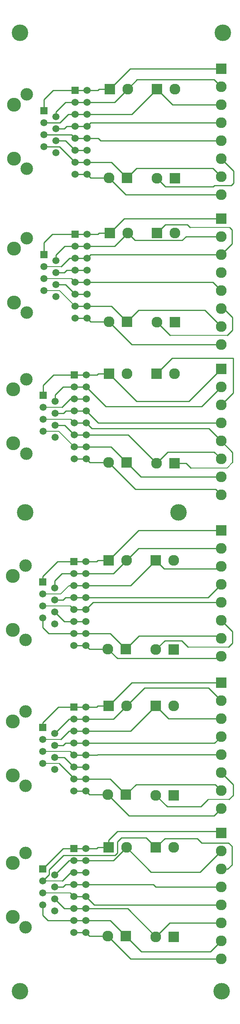
<source format=gbl>
G04 Layer_Physical_Order=2*
G04 Layer_Color=16711680*
%FSTAX24Y24*%
%MOIN*%
G70*
G01*
G75*
%ADD11C,0.0100*%
%ADD12C,0.0902*%
%ADD13R,0.0902X0.0902*%
%ADD14C,0.1380*%
%ADD15C,0.0600*%
%ADD16R,0.0600X0.0600*%
%ADD17R,0.0902X0.0902*%
%ADD18C,0.1161*%
%ADD19C,0.1043*%
%ADD20C,0.0591*%
%ADD21R,0.0591X0.0591*%
%ADD22C,0.0118*%
%ADD23C,0.0080*%
D11*
X04884Y03541D02*
X0575D01*
X0569Y0223D02*
X0575Y0229D01*
X0498Y0223D02*
X0569D01*
X04805Y02405D02*
X0498Y0223D01*
X0453Y0828D02*
X0463D01*
X0472D01*
X0473Y0829D01*
X0482D01*
X0453Y0708D02*
X0463D01*
X0472D01*
X0473Y0709D01*
X0482D01*
X0453Y0698D02*
X0463D01*
X0453Y0688D02*
X0463D01*
X0453Y0678D02*
X0463D01*
X0437Y0676D02*
X0444D01*
X0446Y0678D01*
X0453D01*
Y0668D02*
X0463D01*
X0453Y0658D02*
X0463D01*
X0453Y0648D02*
X0463D01*
X0453Y0638D02*
X0463D01*
X0453Y0818D02*
X0463D01*
X04525Y05905D02*
X04625D01*
X04715D01*
X04725Y05915D01*
X04815D01*
X04525Y05805D02*
X04625D01*
X04525Y05705D02*
X04625D01*
X04525Y05605D02*
X04625D01*
X04365Y05585D02*
X04435D01*
X04455Y05605D01*
X04525D01*
Y05505D02*
X04625D01*
X04525Y05405D02*
X04625D01*
X04525Y05305D02*
X04625D01*
X04525Y05205D02*
X04625D01*
X0453Y0808D02*
X0463D01*
X0452Y0435D02*
X0462D01*
X0471D01*
X0472Y0436D01*
X0481D01*
X0452Y0425D02*
X0462D01*
X0452Y0415D02*
X0462D01*
X0452Y0405D02*
X0462D01*
X0436Y0403D02*
X0443D01*
X0445Y0405D01*
X0452D01*
Y0395D02*
X0462D01*
X0452Y0385D02*
X0462D01*
X0452Y0375D02*
X0462D01*
X0452Y0365D02*
X0462D01*
X0453Y0798D02*
X0463D01*
X0437Y0796D02*
X0444D01*
X0446Y0798D01*
X0453D01*
X0452Y03135D02*
X0462D01*
X0471D01*
X0472Y03145D01*
X0481D01*
X0452Y03035D02*
X0462D01*
X0452Y02935D02*
X0462D01*
X0452Y02835D02*
X0462D01*
X0436Y02815D02*
X0443D01*
X0445Y02835D01*
X0452D01*
Y02735D02*
X0462D01*
X0452Y02635D02*
X0462D01*
X0452Y02535D02*
X0462D01*
X0452Y02435D02*
X0462D01*
X0453Y0788D02*
X0463D01*
X0452Y01955D02*
X0462D01*
X0471D01*
X0472Y01965D01*
X0481D01*
X0452Y01855D02*
X0462D01*
X0452Y01755D02*
X0462D01*
X0452Y01655D02*
X0462D01*
X0436Y01635D02*
X0443D01*
X0445Y01655D01*
X0452D01*
Y01555D02*
X0462D01*
X0452Y01455D02*
X0462D01*
X0452Y01355D02*
X0462D01*
X0452Y01255D02*
X0462D01*
X0453Y0778D02*
X0463D01*
X0453Y0768D02*
X0463D01*
X0453Y0758D02*
X0463D01*
X05456Y0706D02*
X0575D01*
X05425Y07029D02*
X05456Y0706D01*
X05031Y07029D02*
X05425D01*
X0497Y0709D02*
X05031Y07029D01*
X05661Y01096D02*
X0575Y01185D01*
X05084Y01096D02*
X05661D01*
X04955Y01225D02*
X05084Y01096D01*
X05645Y03295D02*
X0575Y0319D01*
X0511Y03295D02*
X05645D01*
X0496Y03145D02*
X0511Y03295D01*
X04805Y0362D02*
X04884Y03541D01*
X0575D02*
Y0356D01*
X0506Y0446D02*
X0575D01*
X0496Y0436D02*
X0506Y0446D01*
X0482Y0709D02*
X0494Y0721D01*
X0575D01*
X04955Y0741D02*
X0575D01*
X04815Y0755D02*
X04955Y0741D01*
X0508Y05055D02*
X0575D01*
X0496Y05175D02*
X0508Y05055D01*
X0521Y0517D02*
X05303Y05263D01*
X05692D01*
X0575Y05205D01*
X0499Y0846D02*
X0575D01*
X0482Y0829D02*
X0499Y0846D01*
X04805Y01225D02*
X04995Y01035D01*
X0575D01*
X04815Y0635D02*
X05005Y0616D01*
X0575D01*
X05005Y0334D02*
X0575D01*
X0481Y03145D02*
X05005Y0334D01*
X0532Y01335D02*
X0575D01*
X05205Y0122D02*
X0532Y01335D01*
X0481Y0436D02*
X0506Y0461D01*
X0575D01*
X0481Y05175D02*
X05033Y04952D01*
X05703D01*
X0575Y04905D01*
X0485Y0425D02*
X0496Y0436D01*
X0462Y0425D02*
X0485D01*
Y03035D02*
X0496Y03145D01*
X0462Y03035D02*
X0485D01*
X0486Y0698D02*
X0497Y0709D01*
X0463Y0698D02*
X0486D01*
Y0818D02*
X0497Y0829D01*
X0463Y0818D02*
X0486D01*
X04995Y0415D02*
X05205Y0436D01*
X0462Y0415D02*
X04995D01*
Y02935D02*
X05205Y03145D01*
X0462Y02935D02*
X04995D01*
X0463Y0808D02*
X05005D01*
X05215Y0829D01*
X0483Y05305D02*
X0496Y05175D01*
X04625Y05305D02*
X0483D01*
X04825Y0375D02*
X04955Y0362D01*
X0462Y0375D02*
X04825D01*
X04835Y0648D02*
X04965Y0635D01*
X0463Y0648D02*
X04835D01*
X04825Y02535D02*
X04955Y02405D01*
X0462Y02535D02*
X04825D01*
X0462Y02435D02*
X0465Y02405D01*
X04805D01*
X04835Y0768D02*
X04965Y0755D01*
X0463Y0768D02*
X04835D01*
X04825Y01355D02*
X04955Y01225D01*
X0462Y01355D02*
X04825D01*
X04975Y05405D02*
X0521Y0517D01*
X04625Y05405D02*
X04975D01*
X0431Y0375D02*
X0452D01*
X0426Y038D02*
X0431Y0375D01*
X0426Y038D02*
Y0388D01*
X044Y0781D02*
X0453Y0768D01*
X0427Y0781D02*
X044D01*
X04305Y01355D02*
X0452D01*
X0426Y014D02*
X04305Y01355D01*
X0426Y014D02*
Y01485D01*
Y01785D02*
X0443Y01955D01*
X0452D01*
X0462Y01555D02*
X0469Y01485D01*
X0575D01*
X0497Y01455D02*
X05205Y0122D01*
X0462Y01455D02*
X0497D01*
X0426Y01685D02*
X04315Y0174D01*
Y0178D01*
X04435Y019D01*
X04865D01*
X04885Y0192D01*
Y02011D01*
X0485Y01855D02*
X0496Y01965D01*
X0462Y01855D02*
X0485D01*
X0463Y0788D02*
X04723D01*
X04743Y0786D01*
X0575D01*
X0462Y02735D02*
X04715D01*
X0472Y0274D01*
X0575D01*
X0463Y0798D02*
X0466Y0801D01*
X0575D01*
X0462Y0395D02*
X0468Y0401D01*
X0575D01*
X0536Y0517D02*
X05458D01*
X05646Y05459D02*
X0575Y05355D01*
X04671Y05459D02*
X05646D01*
X04625Y05505D02*
X04671Y05459D01*
X04625Y05605D02*
X04725Y05505D01*
X0575D01*
X05482Y05687D02*
X0575Y05955D01*
X05043Y05687D02*
X05482D01*
X04815Y05915D02*
X05043Y05687D01*
X05215Y06345D02*
X05325Y06235D01*
X0463Y0668D02*
X0568D01*
X0575Y0661D01*
X05215Y0709D02*
X05284Y07159D01*
X05466D01*
X0463Y0688D02*
X0466Y0691D01*
X0575D01*
X045Y0671D02*
X0453Y0668D01*
X0445Y0666D02*
X0453Y0658D01*
X0437Y0666D02*
X0445D01*
X0463Y0638D02*
X0466Y0635D01*
X04815D01*
X05692Y08368D02*
X0575Y0831D01*
X05048Y08368D02*
X05692D01*
X0497Y0829D02*
X05048Y08368D01*
X05586Y05641D02*
X0575Y05805D01*
X04789Y05641D02*
X05586D01*
X04625Y05805D02*
X04789Y05641D01*
X04495Y05535D02*
X04525Y05505D01*
X04445Y05485D02*
X04525Y05405D01*
X04365Y05485D02*
X04445D01*
X04625Y05205D02*
X04655Y05175D01*
X0481D01*
X05215Y0829D02*
X05345Y0816D01*
X0575D01*
X0462Y0405D02*
X0564D01*
X0575Y0416D01*
X0449Y0398D02*
X0452Y0395D01*
X0436Y0393D02*
X0444Y0385D01*
X0452D01*
X0462Y0365D02*
X0465Y0362D01*
X04805D01*
X05205Y03145D02*
X0531Y0304D01*
X0575D01*
X05695Y02835D02*
X0575Y0289D01*
X0462Y02835D02*
X05695D01*
X0449Y02765D02*
X0452Y02735D01*
X0444Y02715D02*
X0452Y02635D01*
X0436Y02715D02*
X0444D01*
X045Y0791D02*
X0453Y0788D01*
X0427Y0791D02*
X045D01*
X05575Y0176D02*
X0575Y01935D01*
X05165Y0176D02*
X05575D01*
X0496Y01965D02*
X05165Y0176D01*
X0449Y01585D02*
X0452Y01555D01*
X0436Y01535D02*
X0444Y01455D01*
X0452D01*
X0462Y01255D02*
X0465Y01225D01*
X04805D01*
X0445Y0786D02*
X0453Y0778D01*
X0437Y0786D02*
X0445D01*
X05682Y07628D02*
X0575Y0756D01*
X05043Y07628D02*
X05682D01*
X04965Y0755D02*
X05043Y07628D01*
X0463Y0758D02*
X0466Y0755D01*
X04815D01*
X05205Y0436D02*
X05275Y0429D01*
X0573D01*
X0575Y0431D01*
X0462Y01655D02*
X05185D01*
X05205Y01635D01*
X0575D01*
X0481Y01965D02*
Y02025D01*
X05586Y02004D02*
X05811D01*
X0584Y01975D01*
X0575Y01785D02*
X05805D01*
X0584Y0182D01*
Y01975D01*
X04425Y01685D02*
X04495Y01755D01*
X0452D01*
X0441Y02865D02*
X0448Y02935D01*
X0452D01*
X0436Y02915D02*
X0448Y03035D01*
X0452D01*
X0426Y02965D02*
Y03005D01*
X0439Y03135D01*
X0452D01*
X0448Y0415D02*
X0452D01*
X0436Y0413D02*
Y0419D01*
X0442Y0425D01*
X0452D01*
X0426Y0418D02*
Y04225D01*
X04385Y0435D01*
X0452D01*
X04365Y05685D02*
Y0574D01*
X0443Y05805D01*
X04525D01*
X04265Y05735D02*
Y0582D01*
X0435Y05905D01*
X04525D01*
X0437Y0686D02*
Y06905D01*
X04445Y0698D01*
X0453D01*
X0427Y0691D02*
Y0701D01*
X0434Y0708D01*
X0453D01*
X0427Y0801D02*
X04405D01*
X04475Y0808D01*
X0453D01*
X0437Y0806D02*
Y081D01*
X0445Y0818D01*
X0453D01*
X0427Y0811D02*
Y082018D01*
X043482Y0828D01*
X0453D01*
X04965Y0635D02*
X0506Y06445D01*
X05615D01*
X0575Y0631D01*
X058Y06235D02*
X05845Y0628D01*
X0575Y0646D02*
X0577D01*
X05845Y06385D01*
Y0628D02*
Y06385D01*
X0521Y05915D02*
X0534Y06045D01*
X0575Y05655D02*
X0585Y05755D01*
Y06045D01*
X0534D02*
X0585D01*
X04955Y02405D02*
X0504Y0249D01*
X057D02*
X0575Y0244D01*
X0504Y0249D02*
X057D01*
X0575Y0259D02*
X0585Y0249D01*
Y024D02*
Y0249D01*
X05205Y01965D02*
X0528Y0204D01*
X0555D01*
X05586Y02004D01*
X0436Y01735D02*
X0448Y01855D01*
X0452D01*
X04415Y0681D02*
X04485Y0688D01*
X0453D01*
X0442Y05635D02*
X0449Y05705D01*
X04525D01*
X043992Y02665D02*
X0452Y025442D01*
Y02535D02*
Y025442D01*
X05205Y03615D02*
X0528Y0369D01*
X0542D01*
X05475Y03635D01*
X04955Y0362D02*
X05065Y0373D01*
X0573D01*
X0575Y0371D01*
X04885Y02011D02*
X04919Y02045D01*
X05125D01*
X05205Y01965D01*
X0481Y02025D02*
X04885Y021D01*
X05735D01*
X0575Y02085D01*
X05205Y024D02*
X053Y02305D01*
X0558D01*
X0564Y02365D01*
X05815D02*
X0585Y024D01*
X0575Y0386D02*
X05845Y03765D01*
X0581Y03635D02*
X05845Y0367D01*
Y03765D01*
X05458Y0517D02*
X05498Y0513D01*
X0575Y05355D02*
X05845Y0526D01*
Y05175D02*
Y0526D01*
X05466Y07159D02*
X0549Y07135D01*
X0582D02*
X0584Y07115D01*
X0575Y0691D02*
X0584Y07D01*
Y07115D01*
X05215Y07545D02*
X05285Y07475D01*
X05685D01*
X05695Y07485D01*
X0575Y0771D02*
X05855Y07605D01*
X05695Y07485D02*
X05835D01*
X05855Y07505D01*
Y07605D01*
D12*
X0575Y01035D02*
D03*
Y01185D02*
D03*
Y01335D02*
D03*
Y01485D02*
D03*
Y01635D02*
D03*
Y01785D02*
D03*
Y01935D02*
D03*
Y0229D02*
D03*
Y0244D02*
D03*
Y0259D02*
D03*
Y0274D02*
D03*
Y0289D02*
D03*
Y0304D02*
D03*
Y0319D02*
D03*
Y0356D02*
D03*
Y0371D02*
D03*
Y0386D02*
D03*
Y0401D02*
D03*
Y0416D02*
D03*
Y0431D02*
D03*
Y0446D02*
D03*
Y04905D02*
D03*
Y05055D02*
D03*
Y05205D02*
D03*
Y05355D02*
D03*
Y05505D02*
D03*
Y05655D02*
D03*
Y05805D02*
D03*
Y0616D02*
D03*
Y0631D02*
D03*
Y0646D02*
D03*
Y0661D02*
D03*
Y0676D02*
D03*
Y0691D02*
D03*
Y0706D02*
D03*
Y0741D02*
D03*
Y0756D02*
D03*
Y0771D02*
D03*
Y0786D02*
D03*
Y0801D02*
D03*
Y0816D02*
D03*
Y0831D02*
D03*
X04815Y0755D02*
D03*
X05215Y07545D02*
D03*
X05365Y0829D02*
D03*
X0497D02*
D03*
X04815Y0635D02*
D03*
X04805Y0362D02*
D03*
X0481Y05175D02*
D03*
X04805Y01225D02*
D03*
Y02405D02*
D03*
X05205Y0122D02*
D03*
Y024D02*
D03*
X05215Y06345D02*
D03*
X05205Y03615D02*
D03*
X0521Y0517D02*
D03*
X05355Y0436D02*
D03*
Y01965D02*
D03*
Y03145D02*
D03*
X05365Y0709D02*
D03*
X0536Y05915D02*
D03*
X0497Y0709D02*
D03*
X0496Y03145D02*
D03*
Y01965D02*
D03*
X04965Y05915D02*
D03*
X0496Y0436D02*
D03*
D13*
X0575Y02085D02*
D03*
Y0334D02*
D03*
Y0461D02*
D03*
Y05955D02*
D03*
Y0721D02*
D03*
Y0846D02*
D03*
D14*
X05755Y00765D02*
D03*
X0407D02*
D03*
X05395Y0476D02*
D03*
X04115D02*
D03*
X05765Y0876D02*
D03*
X0407D02*
D03*
D15*
X0463Y0758D02*
D03*
Y0768D02*
D03*
X0453Y0818D02*
D03*
Y0808D02*
D03*
Y0798D02*
D03*
Y0788D02*
D03*
Y0778D02*
D03*
Y0768D02*
D03*
Y0758D02*
D03*
X0463Y0778D02*
D03*
Y0788D02*
D03*
Y0798D02*
D03*
Y0808D02*
D03*
Y0818D02*
D03*
Y0828D02*
D03*
X0462Y01255D02*
D03*
Y01355D02*
D03*
X0452Y01855D02*
D03*
Y01755D02*
D03*
Y01655D02*
D03*
Y01555D02*
D03*
Y01455D02*
D03*
Y01355D02*
D03*
Y01255D02*
D03*
X0462Y01455D02*
D03*
Y01555D02*
D03*
Y01655D02*
D03*
Y01755D02*
D03*
Y01855D02*
D03*
Y01955D02*
D03*
Y02435D02*
D03*
Y02535D02*
D03*
X0452Y03035D02*
D03*
Y02935D02*
D03*
Y02835D02*
D03*
Y02735D02*
D03*
Y02635D02*
D03*
Y02535D02*
D03*
Y02435D02*
D03*
X0462Y02635D02*
D03*
Y02735D02*
D03*
Y02835D02*
D03*
Y02935D02*
D03*
Y03035D02*
D03*
Y03135D02*
D03*
Y0365D02*
D03*
Y0375D02*
D03*
X0452Y0425D02*
D03*
Y0415D02*
D03*
Y0405D02*
D03*
Y0395D02*
D03*
Y0385D02*
D03*
Y0375D02*
D03*
Y0365D02*
D03*
X0462Y0385D02*
D03*
Y0395D02*
D03*
Y0405D02*
D03*
Y0415D02*
D03*
Y0425D02*
D03*
Y0435D02*
D03*
X04625Y05205D02*
D03*
Y05305D02*
D03*
X04525Y05805D02*
D03*
Y05705D02*
D03*
Y05605D02*
D03*
Y05505D02*
D03*
Y05405D02*
D03*
Y05305D02*
D03*
Y05205D02*
D03*
X04625Y05405D02*
D03*
Y05505D02*
D03*
Y05605D02*
D03*
Y05705D02*
D03*
Y05805D02*
D03*
Y05905D02*
D03*
X0463Y0638D02*
D03*
Y0648D02*
D03*
X0453Y0698D02*
D03*
Y0688D02*
D03*
Y0678D02*
D03*
Y0668D02*
D03*
Y0658D02*
D03*
Y0648D02*
D03*
Y0638D02*
D03*
X0463Y0658D02*
D03*
Y0668D02*
D03*
Y0678D02*
D03*
Y0688D02*
D03*
Y0698D02*
D03*
Y0708D02*
D03*
D16*
X0453Y0828D02*
D03*
X0452Y01955D02*
D03*
Y03135D02*
D03*
Y0435D02*
D03*
X04525Y05905D02*
D03*
X0453Y0708D02*
D03*
D17*
X04965Y0755D02*
D03*
X05365Y07545D02*
D03*
X05215Y0829D02*
D03*
X0482D02*
D03*
X04965Y0635D02*
D03*
X04955Y0362D02*
D03*
X0496Y05175D02*
D03*
X04955Y01225D02*
D03*
Y02405D02*
D03*
X05355Y0122D02*
D03*
Y024D02*
D03*
X05365Y06345D02*
D03*
X05355Y03615D02*
D03*
X0536Y0517D02*
D03*
X05205Y0436D02*
D03*
Y01965D02*
D03*
Y03145D02*
D03*
X05215Y0709D02*
D03*
X0521Y05915D02*
D03*
X0482Y0709D02*
D03*
X0481Y03145D02*
D03*
Y01965D02*
D03*
X04815Y05915D02*
D03*
X0481Y0436D02*
D03*
D18*
X0401Y01385D02*
D03*
Y01835D02*
D03*
Y03015D02*
D03*
Y02565D02*
D03*
Y0378D02*
D03*
Y0423D02*
D03*
X04015Y05785D02*
D03*
Y05335D02*
D03*
X0402Y0651D02*
D03*
Y0696D02*
D03*
Y0816D02*
D03*
Y0771D02*
D03*
D19*
X041187Y0192D02*
D03*
Y013D02*
D03*
Y0248D02*
D03*
Y031D02*
D03*
Y04315D02*
D03*
Y03695D02*
D03*
X041237Y0525D02*
D03*
Y0587D02*
D03*
X041287Y07045D02*
D03*
Y06425D02*
D03*
Y07625D02*
D03*
Y08245D02*
D03*
D20*
X0426Y01685D02*
D03*
Y01585D02*
D03*
X0436Y01635D02*
D03*
Y01535D02*
D03*
X0426Y01485D02*
D03*
X0436Y01735D02*
D03*
Y01435D02*
D03*
Y02615D02*
D03*
Y02915D02*
D03*
X0426Y02665D02*
D03*
X0436Y02715D02*
D03*
Y02815D02*
D03*
X0426Y02765D02*
D03*
Y02865D02*
D03*
Y0408D02*
D03*
Y0398D02*
D03*
X0436Y0403D02*
D03*
Y0393D02*
D03*
X0426Y0388D02*
D03*
X0436Y0413D02*
D03*
Y0383D02*
D03*
X04365Y05385D02*
D03*
Y05685D02*
D03*
X04265Y05435D02*
D03*
X04365Y05485D02*
D03*
Y05585D02*
D03*
X04265Y05535D02*
D03*
Y05635D02*
D03*
X0427Y0681D02*
D03*
Y0671D02*
D03*
X0437Y0676D02*
D03*
Y0666D02*
D03*
X0427Y0661D02*
D03*
X0437Y0686D02*
D03*
Y0656D02*
D03*
Y0776D02*
D03*
Y0806D02*
D03*
X0427Y0781D02*
D03*
X0437Y0786D02*
D03*
Y0796D02*
D03*
X0427Y0791D02*
D03*
Y0801D02*
D03*
D21*
X0426Y01785D02*
D03*
Y02965D02*
D03*
Y0418D02*
D03*
X04265Y05735D02*
D03*
X0427Y0691D02*
D03*
Y0811D02*
D03*
D22*
X040094Y018344D02*
X0401Y01835D01*
X040094Y030144D02*
X0401Y03015D01*
X040094Y042294D02*
X0401Y0423D01*
X040144Y057844D02*
X04015Y05785D01*
X040194Y069594D02*
X0402Y0696D01*
X040194Y081594D02*
X0402Y0816D01*
D23*
X04395Y05435D02*
X04525Y05305D01*
X04265Y05435D02*
X04395D01*
X0427Y0671D02*
X045D01*
X04265Y05535D02*
X04495D01*
X0426Y0398D02*
X0449D01*
X0426Y02765D02*
X0449D01*
X0426Y01585D02*
X0449D01*
X0426Y01685D02*
X04425D01*
X0426Y02865D02*
X0441D01*
X0426Y0408D02*
X0441D01*
X0448Y0415D01*
X05325Y06235D02*
X058D01*
X0427Y0681D02*
X04415D01*
X0427Y0661D02*
X044D01*
X0453Y0648D01*
X04265Y05635D02*
X0442D01*
X0426Y02665D02*
X043992D01*
X0564Y02365D02*
X05815D01*
X05475Y03635D02*
X0581D01*
X05498Y0513D02*
X058D01*
X05845Y05175D01*
X0549Y07135D02*
X0582D01*
M02*

</source>
